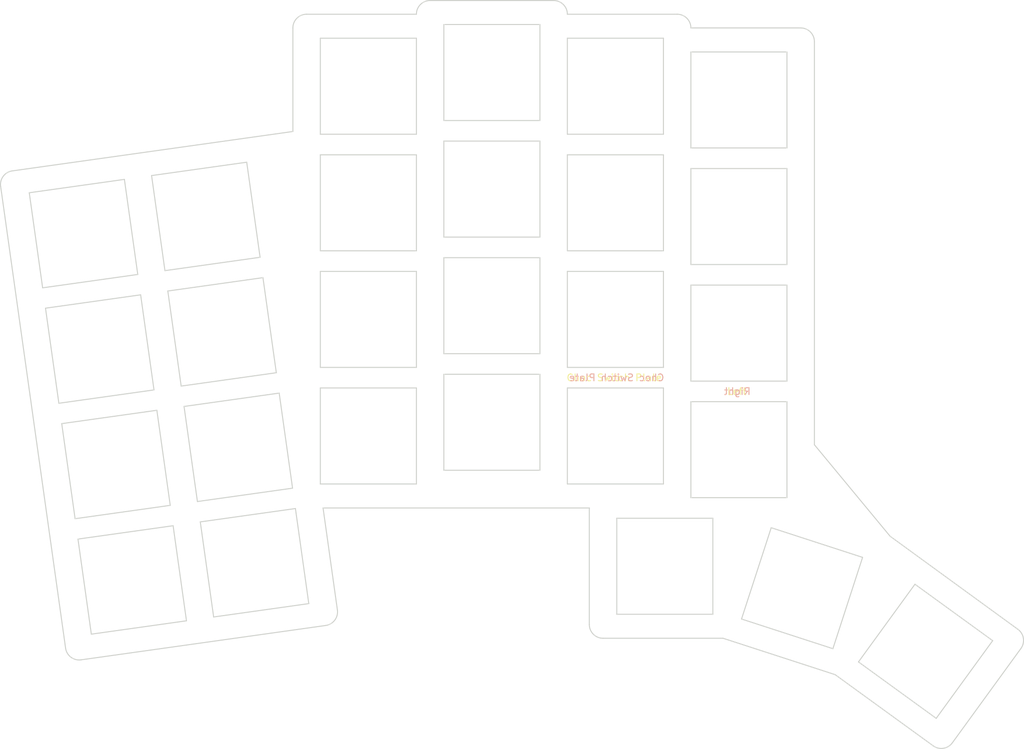
<source format=kicad_pcb>


(kicad_pcb
  (version 20240108)
  (generator "ergogen")
  (generator_version "4.1.0")
  (general
    (thickness 1.6)
    (legacy_teardrops no)
  )
  (paper "A3")
  (title_block
    (title "plate")
    (date "2025-01-18")
    (rev "0.0.2")
    (company "danikong")
  )

  (layers
    (0 "F.Cu" signal)
    (31 "B.Cu" signal)
    (32 "B.Adhes" user "B.Adhesive")
    (33 "F.Adhes" user "F.Adhesive")
    (34 "B.Paste" user)
    (35 "F.Paste" user)
    (36 "B.SilkS" user "B.Silkscreen")
    (37 "F.SilkS" user "F.Silkscreen")
    (38 "B.Mask" user)
    (39 "F.Mask" user)
    (40 "Dwgs.User" user "User.Drawings")
    (41 "Cmts.User" user "User.Comments")
    (42 "Eco1.User" user "User.Eco1")
    (43 "Eco2.User" user "User.Eco2")
    (44 "Edge.Cuts" user)
    (45 "Margin" user)
    (46 "B.CrtYd" user "B.Courtyard")
    (47 "F.CrtYd" user "F.Courtyard")
    (48 "B.Fab" user)
    (49 "F.Fab" user)
  )

  (setup
    (pad_to_mask_clearance 0.05)
    (allow_soldermask_bridges_in_footprints no)
    (pcbplotparams
      (layerselection 0x00010fc_ffffffff)
      (plot_on_all_layers_selection 0x0000000_00000000)
      (disableapertmacros no)
      (usegerberextensions no)
      (usegerberattributes yes)
      (usegerberadvancedattributes yes)
      (creategerberjobfile yes)
      (dashed_line_dash_ratio 12.000000)
      (dashed_line_gap_ratio 3.000000)
      (svgprecision 4)
      (plotframeref no)
      (viasonmask no)
      (mode 1)
      (useauxorigin no)
      (hpglpennumber 1)
      (hpglpenspeed 20)
      (hpglpendiameter 15.000000)
      (pdf_front_fp_property_popups yes)
      (pdf_back_fp_property_popups yes)
      (dxfpolygonmode yes)
      (dxfimperialunits yes)
      (dxfusepcbnewfont yes)
      (psnegative no)
      (psa4output no)
      (plotreference yes)
      (plotvalue yes)
      (plotfptext yes)
      (plotinvisibletext no)
      (sketchpadsonfab no)
      (subtractmaskfromsilk no)
      (outputformat 1)
      (mirror no)
      (drillshape 1)
      (scaleselection 1)
      (outputdirectory "")
    )
  )

  (net 0 "")

  
            (gr_text "Choc Switch Plate" (at 163.21314890000002 120.50630610000002 0) (layer F.SilkS)
                (effects (font (size 1 1) (thickness 0.15) ) (justify left))
            )
        

            (gr_text "Choc Switch Plate" (at 177.6131489 120.50630610000002 0) (layer B.SilkS)
                (effects (font (size 1 1) (thickness 0.15) ) (justify left mirror))
            )
        

            (gr_text "Left" (at 186.6131489 122.50630620000001 0) (layer F.SilkS)
                (effects (font (size 1 1) (thickness 0.15) ) (justify left))
            )
        

            (gr_text "Right" (at 190.21314890000002 122.50630620000001 0) (layer B.SilkS)
                (effects (font (size 1 1) (thickness 0.15) ) (justify left mirror))
            )
        
  (gr_line (start 92.5489049 161.6503726) (end 128.1985554 156.640141) (layer Edge.Cuts) (stroke (width 0.15) (type default)))
(gr_arc (start 128.19855539999998 156.640141) (mid 129.5174802 155.8632349) (end 129.90074529999998 154.38125870000002) (layer Edge.Cuts) (stroke (width 0.15) (type default)))
(gr_line (start 127.81020707643968 139.50630620000004) (end 129.9007453020349 154.38125870000005) (layer Edge.Cuts) (stroke (width 0.15) (type default)))
(gr_line (start 127.81020707643968 139.5063062) (end 166.61314889323518 139.5063062) (layer Edge.Cuts) (stroke (width 0.15) (type default)))
(gr_line (start 166.6131489 139.5063062) (end 166.6131489 156.5063062) (layer Edge.Cuts) (stroke (width 0.15) (type default)))
(gr_arc (start 166.6131489 156.5063062) (mid 167.1989353 157.92051980000002) (end 168.6131489 158.5063062) (layer Edge.Cuts) (stroke (width 0.15) (type default)))
(gr_line (start 168.6131489 158.5063062) (end 186.10152516562556 158.5063062) (layer Edge.Cuts) (stroke (width 0.15) (type default)))
(gr_line (start 186.10152516562556 158.5063062) (end 202.442070091584 163.81567109988057) (layer Edge.Cuts) (stroke (width 0.15) (type default)))
(gr_line (start 202.442070091584 163.81567109988057) (end 216.7225566605877 174.1910518797968) (layer Edge.Cuts) (stroke (width 0.15) (type default)))
(gr_arc (start 216.7225566605877 174.1910518797968) (mid 218.21099606058772 174.5483945797968) (end 219.5161611605877 173.7485883797968) (layer Edge.Cuts) (stroke (width 0.15) (type default)))
(gr_line (start 219.5161612 173.74858840000002) (end 229.5085105 159.99529950000002) (layer Edge.Cuts) (stroke (width 0.15) (type default)))
(gr_arc (start 229.5085105 159.99529950000002) (mid 229.8660967 158.50840120000004) (end 229.06857010000002 157.20353110000002) (layer Edge.Cuts) (stroke (width 0.15) (type default)))
(gr_line (start 229.06857010000002 157.20353110000002) (end 210.44317498729995 143.62693921818422) (layer Edge.Cuts) (stroke (width 0.15) (type default)))
(gr_line (start 210.44317498729995 143.62693921818422) (end 199.4131489 130.28656795105036) (layer Edge.Cuts) (stroke (width 0.15) (type default)))
(gr_line (start 199.4131489 130.28656795105036) (end 199.4131489 71.50630620000001) (layer Edge.Cuts) (stroke (width 0.15) (type default)))
(gr_arc (start 199.4131489 71.50630620000001) (mid 198.82736250000002 70.09209260000002) (end 197.4131489 69.50630620000001) (layer Edge.Cuts) (stroke (width 0.15) (type default)))
(gr_line (start 181.4131489 69.50630610000002) (end 197.4131489 69.50630620000001) (layer Edge.Cuts) (stroke (width 0.15) (type default)))
(gr_arc (start 181.4131489 69.50630610000002) (mid 180.82736250000002 68.09209250000002) (end 179.4131489 67.50630610000002) (layer Edge.Cuts) (stroke (width 0.15) (type default)))
(gr_line (start 163.413149 67.5063063) (end 179.4131489 67.50630610000002) (layer Edge.Cuts) (stroke (width 0.15) (type default)))
(gr_arc (start 163.413149 67.5063063) (mid 162.82736260000001 66.09209270000001) (end 161.413149 65.50630620000001) (layer Edge.Cuts) (stroke (width 0.15) (type default)))
(gr_line (start 161.413149 65.50630620000001) (end 143.413149 65.50630620000001) (layer Edge.Cuts) (stroke (width 0.15) (type default)))
(gr_arc (start 143.413149 65.50630620000001) (mid 141.9989354 66.09209260000002) (end 141.413149 67.50630620000001) (layer Edge.Cuts) (stroke (width 0.15) (type default)))
(gr_line (start 125.41314890000001 67.50630620000001) (end 141.413149 67.50630620000001) (layer Edge.Cuts) (stroke (width 0.15) (type default)))
(gr_arc (start 125.41314890000001 67.50630619766098) (mid 123.99893530000001 68.09209259766098) (end 123.41314890000001 69.50630619766098) (layer Edge.Cuts) (stroke (width 0.15) (type default)))
(gr_line (start 123.41314890000001 84.60510076056191) (end 123.41314890000001 69.50630619766098) (layer Edge.Cuts) (stroke (width 0.15) (type default)))
(gr_line (start 82.52844169999999 90.35107159999998) (end 123.41314890000001 84.60510076056191) (layer Edge.Cuts) (stroke (width 0.15) (type default)))
(gr_arc (start 82.52844169999999 90.35107159999998) (mid 81.20951689999998 91.12797769999997) (end 80.8262518 92.60995389999998) (layer Edge.Cuts) (stroke (width 0.15) (type default)))
(gr_line (start 80.8262518 92.60995389999998) (end 90.29002259999999 159.94818269999996) (layer Edge.Cuts) (stroke (width 0.15) (type default)))
(gr_arc (start 90.2900226 159.9481827) (mid 91.06692869999999 161.2671075) (end 92.5489049 161.6503726) (layer Edge.Cuts) (stroke (width 0.15) (type default)))
(gr_line (start 94.0423352 157.9060882) (end 107.9060882 155.9576648) (layer Edge.Cuts) (stroke (width 0.15) (type default)))
(gr_line (start 107.9060882 155.9576648) (end 105.9576648 142.0939118) (layer Edge.Cuts) (stroke (width 0.15) (type default)))
(gr_line (start 105.9576648 142.0939118) (end 92.0939118 144.0423352) (layer Edge.Cuts) (stroke (width 0.15) (type default)))
(gr_line (start 92.0939118 144.0423352) (end 94.0423352 157.9060882) (layer Edge.Cuts) (stroke (width 0.15) (type default)))
(gr_line (start 91.67639249999999 141.071531) (end 105.5401455 139.1231076) (layer Edge.Cuts) (stroke (width 0.15) (type default)))
(gr_line (start 105.5401455 139.1231076) (end 103.5917221 125.2593546) (layer Edge.Cuts) (stroke (width 0.15) (type default)))
(gr_line (start 103.5917221 125.2593546) (end 89.7279691 127.20777799999999) (layer Edge.Cuts) (stroke (width 0.15) (type default)))
(gr_line (start 89.7279691 127.20777799999999) (end 91.67639249999999 141.071531) (layer Edge.Cuts) (stroke (width 0.15) (type default)))
(gr_line (start 89.31044979999999 124.23697379999999) (end 103.17420279999999 122.28855039999999) (layer Edge.Cuts) (stroke (width 0.15) (type default)))
(gr_line (start 103.17420279999999 122.28855039999999) (end 101.2257794 108.42479739999999) (layer Edge.Cuts) (stroke (width 0.15) (type default)))
(gr_line (start 101.2257794 108.42479739999999) (end 87.36202639999999 110.37322079999998) (layer Edge.Cuts) (stroke (width 0.15) (type default)))
(gr_line (start 87.36202639999999 110.37322079999998) (end 89.31044979999999 124.23697379999999) (layer Edge.Cuts) (stroke (width 0.15) (type default)))
(gr_line (start 86.94450709999998 107.40241659999998) (end 100.80826009999998 105.45399319999999) (layer Edge.Cuts) (stroke (width 0.15) (type default)))
(gr_line (start 100.80826009999998 105.45399319999999) (end 98.85983669999999 91.59024019999998) (layer Edge.Cuts) (stroke (width 0.15) (type default)))
(gr_line (start 98.85983669999999 91.59024019999998) (end 84.99608369999999 93.53866359999998) (layer Edge.Cuts) (stroke (width 0.15) (type default)))
(gr_line (start 84.99608369999999 93.53866359999998) (end 86.94450709999998 107.40241659999998) (layer Edge.Cuts) (stroke (width 0.15) (type default)))
(gr_line (start 111.86716039999999 155.4009724) (end 125.73091339999999 153.452549) (layer Edge.Cuts) (stroke (width 0.15) (type default)))
(gr_line (start 125.73091339999999 153.452549) (end 123.78249 139.588796) (layer Edge.Cuts) (stroke (width 0.15) (type default)))
(gr_line (start 123.78249 139.588796) (end 109.918737 141.5372194) (layer Edge.Cuts) (stroke (width 0.15) (type default)))
(gr_line (start 109.918737 141.5372194) (end 111.86716039999999 155.4009724) (layer Edge.Cuts) (stroke (width 0.15) (type default)))
(gr_line (start 109.50121769999998 138.5664152) (end 123.36497069999999 136.6179918) (layer Edge.Cuts) (stroke (width 0.15) (type default)))
(gr_line (start 123.36497069999999 136.6179918) (end 121.41654729999999 122.7542388) (layer Edge.Cuts) (stroke (width 0.15) (type default)))
(gr_line (start 121.41654729999999 122.7542388) (end 107.55279429999999 124.70266219999999) (layer Edge.Cuts) (stroke (width 0.15) (type default)))
(gr_line (start 107.55279429999999 124.70266219999999) (end 109.50121769999998 138.5664152) (layer Edge.Cuts) (stroke (width 0.15) (type default)))
(gr_line (start 107.13527499999998 121.73185799999999) (end 120.99902799999998 119.78343459999999) (layer Edge.Cuts) (stroke (width 0.15) (type default)))
(gr_line (start 120.99902799999998 119.78343459999999) (end 119.05060459999999 105.91968159999999) (layer Edge.Cuts) (stroke (width 0.15) (type default)))
(gr_line (start 119.05060459999999 105.91968159999999) (end 105.18685159999998 107.86810499999999) (layer Edge.Cuts) (stroke (width 0.15) (type default)))
(gr_line (start 105.18685159999998 107.86810499999999) (end 107.13527499999998 121.73185799999999) (layer Edge.Cuts) (stroke (width 0.15) (type default)))
(gr_line (start 104.76933229999997 104.89730079999998) (end 118.63308529999998 102.94887739999999) (layer Edge.Cuts) (stroke (width 0.15) (type default)))
(gr_line (start 118.63308529999998 102.94887739999999) (end 116.68466189999998 89.08512439999998) (layer Edge.Cuts) (stroke (width 0.15) (type default)))
(gr_line (start 116.68466189999998 89.08512439999998) (end 102.82090889999998 91.03354779999998) (layer Edge.Cuts) (stroke (width 0.15) (type default)))
(gr_line (start 102.82090889999998 91.03354779999998) (end 104.76933229999997 104.89730079999998) (layer Edge.Cuts) (stroke (width 0.15) (type default)))
(gr_line (start 127.41314890000001 136.0063062) (end 141.4131489 136.0063062) (layer Edge.Cuts) (stroke (width 0.15) (type default)))
(gr_line (start 141.4131489 136.0063062) (end 141.4131489 122.00630620000001) (layer Edge.Cuts) (stroke (width 0.15) (type default)))
(gr_line (start 141.4131489 122.00630620000001) (end 127.41314890000001 122.00630620000001) (layer Edge.Cuts) (stroke (width 0.15) (type default)))
(gr_line (start 127.41314890000001 122.00630620000001) (end 127.41314890000001 136.0063062) (layer Edge.Cuts) (stroke (width 0.15) (type default)))
(gr_line (start 127.41314890000001 119.00630620000001) (end 141.4131489 119.00630620000001) (layer Edge.Cuts) (stroke (width 0.15) (type default)))
(gr_line (start 141.4131489 119.00630620000001) (end 141.4131489 105.00630620000001) (layer Edge.Cuts) (stroke (width 0.15) (type default)))
(gr_line (start 141.4131489 105.00630620000001) (end 127.41314890000001 105.00630620000001) (layer Edge.Cuts) (stroke (width 0.15) (type default)))
(gr_line (start 127.41314890000001 105.00630620000001) (end 127.41314890000001 119.00630620000001) (layer Edge.Cuts) (stroke (width 0.15) (type default)))
(gr_line (start 127.41314890000001 102.00630620000001) (end 141.4131489 102.00630620000001) (layer Edge.Cuts) (stroke (width 0.15) (type default)))
(gr_line (start 141.4131489 102.00630620000001) (end 141.4131489 88.00630620000001) (layer Edge.Cuts) (stroke (width 0.15) (type default)))
(gr_line (start 141.4131489 88.00630620000001) (end 127.41314890000001 88.00630620000001) (layer Edge.Cuts) (stroke (width 0.15) (type default)))
(gr_line (start 127.41314890000001 88.00630620000001) (end 127.41314890000001 102.00630620000001) (layer Edge.Cuts) (stroke (width 0.15) (type default)))
(gr_line (start 127.41314890000001 85.00630620000001) (end 141.4131489 85.00630620000001) (layer Edge.Cuts) (stroke (width 0.15) (type default)))
(gr_line (start 141.4131489 85.00630620000001) (end 141.4131489 71.00630620000001) (layer Edge.Cuts) (stroke (width 0.15) (type default)))
(gr_line (start 141.4131489 71.00630620000001) (end 127.41314890000001 71.00630620000001) (layer Edge.Cuts) (stroke (width 0.15) (type default)))
(gr_line (start 127.41314890000001 71.00630620000001) (end 127.41314890000001 85.00630620000001) (layer Edge.Cuts) (stroke (width 0.15) (type default)))
(gr_line (start 145.413149 134.0063062) (end 159.413149 134.0063062) (layer Edge.Cuts) (stroke (width 0.15) (type default)))
(gr_line (start 159.413149 134.0063062) (end 159.413149 120.00630620000001) (layer Edge.Cuts) (stroke (width 0.15) (type default)))
(gr_line (start 159.413149 120.00630620000001) (end 145.413149 120.00630620000001) (layer Edge.Cuts) (stroke (width 0.15) (type default)))
(gr_line (start 145.413149 120.00630620000001) (end 145.413149 134.0063062) (layer Edge.Cuts) (stroke (width 0.15) (type default)))
(gr_line (start 145.413149 117.00630620000001) (end 159.413149 117.00630620000001) (layer Edge.Cuts) (stroke (width 0.15) (type default)))
(gr_line (start 159.413149 117.00630620000001) (end 159.413149 103.00630620000001) (layer Edge.Cuts) (stroke (width 0.15) (type default)))
(gr_line (start 159.413149 103.00630620000001) (end 145.413149 103.00630620000001) (layer Edge.Cuts) (stroke (width 0.15) (type default)))
(gr_line (start 145.413149 103.00630620000001) (end 145.413149 117.00630620000001) (layer Edge.Cuts) (stroke (width 0.15) (type default)))
(gr_line (start 145.413149 100.00630620000001) (end 159.413149 100.00630620000001) (layer Edge.Cuts) (stroke (width 0.15) (type default)))
(gr_line (start 159.413149 100.00630620000001) (end 159.413149 86.00630620000001) (layer Edge.Cuts) (stroke (width 0.15) (type default)))
(gr_line (start 159.413149 86.00630620000001) (end 145.413149 86.00630620000001) (layer Edge.Cuts) (stroke (width 0.15) (type default)))
(gr_line (start 145.413149 86.00630620000001) (end 145.413149 100.00630620000001) (layer Edge.Cuts) (stroke (width 0.15) (type default)))
(gr_line (start 145.413149 83.00630620000001) (end 159.413149 83.00630620000001) (layer Edge.Cuts) (stroke (width 0.15) (type default)))
(gr_line (start 159.413149 83.00630620000001) (end 159.413149 69.00630620000001) (layer Edge.Cuts) (stroke (width 0.15) (type default)))
(gr_line (start 159.413149 69.00630620000001) (end 145.413149 69.00630620000001) (layer Edge.Cuts) (stroke (width 0.15) (type default)))
(gr_line (start 145.413149 69.00630620000001) (end 145.413149 83.00630620000001) (layer Edge.Cuts) (stroke (width 0.15) (type default)))
(gr_line (start 163.4131489 136.00630610000002) (end 177.4131489 136.00630610000002) (layer Edge.Cuts) (stroke (width 0.15) (type default)))
(gr_line (start 177.4131489 136.00630610000002) (end 177.4131489 122.00630610000002) (layer Edge.Cuts) (stroke (width 0.15) (type default)))
(gr_line (start 177.4131489 122.00630610000002) (end 163.4131489 122.00630610000002) (layer Edge.Cuts) (stroke (width 0.15) (type default)))
(gr_line (start 163.4131489 122.00630610000002) (end 163.4131489 136.00630610000002) (layer Edge.Cuts) (stroke (width 0.15) (type default)))
(gr_line (start 163.4131489 119.00630610000002) (end 177.4131489 119.00630610000002) (layer Edge.Cuts) (stroke (width 0.15) (type default)))
(gr_line (start 177.4131489 119.00630610000002) (end 177.4131489 105.00630610000002) (layer Edge.Cuts) (stroke (width 0.15) (type default)))
(gr_line (start 177.4131489 105.00630610000002) (end 163.4131489 105.00630610000002) (layer Edge.Cuts) (stroke (width 0.15) (type default)))
(gr_line (start 163.4131489 105.00630610000002) (end 163.4131489 119.00630610000002) (layer Edge.Cuts) (stroke (width 0.15) (type default)))
(gr_line (start 163.4131489 102.00630610000002) (end 177.4131489 102.00630610000002) (layer Edge.Cuts) (stroke (width 0.15) (type default)))
(gr_line (start 177.4131489 102.00630610000002) (end 177.4131489 88.00630610000002) (layer Edge.Cuts) (stroke (width 0.15) (type default)))
(gr_line (start 177.4131489 88.00630610000002) (end 163.4131489 88.00630610000002) (layer Edge.Cuts) (stroke (width 0.15) (type default)))
(gr_line (start 163.4131489 88.00630610000002) (end 163.4131489 102.00630610000002) (layer Edge.Cuts) (stroke (width 0.15) (type default)))
(gr_line (start 163.4131489 85.00630610000002) (end 177.4131489 85.00630610000002) (layer Edge.Cuts) (stroke (width 0.15) (type default)))
(gr_line (start 177.4131489 85.00630610000002) (end 177.4131489 71.00630610000002) (layer Edge.Cuts) (stroke (width 0.15) (type default)))
(gr_line (start 177.4131489 71.00630610000002) (end 163.4131489 71.00630610000002) (layer Edge.Cuts) (stroke (width 0.15) (type default)))
(gr_line (start 163.4131489 71.00630610000002) (end 163.4131489 85.00630610000002) (layer Edge.Cuts) (stroke (width 0.15) (type default)))
(gr_line (start 181.4131489 138.0063062) (end 195.4131489 138.0063062) (layer Edge.Cuts) (stroke (width 0.15) (type default)))
(gr_line (start 195.4131489 138.0063062) (end 195.4131489 124.00630620000001) (layer Edge.Cuts) (stroke (width 0.15) (type default)))
(gr_line (start 195.4131489 124.00630620000001) (end 181.4131489 124.00630620000001) (layer Edge.Cuts) (stroke (width 0.15) (type default)))
(gr_line (start 181.4131489 124.00630620000001) (end 181.4131489 138.0063062) (layer Edge.Cuts) (stroke (width 0.15) (type default)))
(gr_line (start 181.4131489 121.00630620000001) (end 195.4131489 121.00630620000001) (layer Edge.Cuts) (stroke (width 0.15) (type default)))
(gr_line (start 195.4131489 121.00630620000001) (end 195.4131489 107.00630620000001) (layer Edge.Cuts) (stroke (width 0.15) (type default)))
(gr_line (start 195.4131489 107.00630620000001) (end 181.4131489 107.00630620000001) (layer Edge.Cuts) (stroke (width 0.15) (type default)))
(gr_line (start 181.4131489 107.00630620000001) (end 181.4131489 121.00630620000001) (layer Edge.Cuts) (stroke (width 0.15) (type default)))
(gr_line (start 181.4131489 104.00630620000001) (end 195.4131489 104.00630620000001) (layer Edge.Cuts) (stroke (width 0.15) (type default)))
(gr_line (start 195.4131489 104.00630620000001) (end 195.4131489 90.00630620000001) (layer Edge.Cuts) (stroke (width 0.15) (type default)))
(gr_line (start 195.4131489 90.00630620000001) (end 181.4131489 90.00630620000001) (layer Edge.Cuts) (stroke (width 0.15) (type default)))
(gr_line (start 181.4131489 90.00630620000001) (end 181.4131489 104.00630620000001) (layer Edge.Cuts) (stroke (width 0.15) (type default)))
(gr_line (start 181.4131489 87.00630620000001) (end 195.4131489 87.00630620000001) (layer Edge.Cuts) (stroke (width 0.15) (type default)))
(gr_line (start 195.4131489 87.00630620000001) (end 195.4131489 73.00630620000001) (layer Edge.Cuts) (stroke (width 0.15) (type default)))
(gr_line (start 195.4131489 73.00630620000001) (end 181.4131489 73.00630620000001) (layer Edge.Cuts) (stroke (width 0.15) (type default)))
(gr_line (start 181.4131489 73.00630620000001) (end 181.4131489 87.00630620000001) (layer Edge.Cuts) (stroke (width 0.15) (type default)))
(gr_line (start 170.6131489 155.0063062) (end 184.6131489 155.0063062) (layer Edge.Cuts) (stroke (width 0.15) (type default)))
(gr_line (start 184.6131489 155.0063062) (end 184.6131489 141.0063062) (layer Edge.Cuts) (stroke (width 0.15) (type default)))
(gr_line (start 184.6131489 141.0063062) (end 170.6131489 141.0063062) (layer Edge.Cuts) (stroke (width 0.15) (type default)))
(gr_line (start 170.6131489 141.0063062) (end 170.6131489 155.0063062) (layer Edge.Cuts) (stroke (width 0.15) (type default)))
(gr_line (start 188.7926343 155.7005829) (end 202.1074256 160.0268208) (layer Edge.Cuts) (stroke (width 0.15) (type default)))
(gr_line (start 202.1074256 160.0268208) (end 206.4336635 146.7120295) (layer Edge.Cuts) (stroke (width 0.15) (type default)))
(gr_line (start 206.4336635 146.7120295) (end 193.1188722 142.3857916) (layer Edge.Cuts) (stroke (width 0.15) (type default)))
(gr_line (start 193.1188722 142.3857916) (end 188.7926343 155.7005829) (layer Edge.Cuts) (stroke (width 0.15) (type default)))
(gr_line (start 205.8355332 161.95492840000003) (end 217.1617711 170.18392190000003) (layer Edge.Cuts) (stroke (width 0.15) (type default)))
(gr_line (start 217.1617711 170.18392190000003) (end 225.3907646 158.857684) (layer Edge.Cuts) (stroke (width 0.15) (type default)))
(gr_line (start 225.3907646 158.857684) (end 214.0645267 150.6286905) (layer Edge.Cuts) (stroke (width 0.15) (type default)))
(gr_line (start 214.0645267 150.6286905) (end 205.8355332 161.95492840000003) (layer Edge.Cuts) (stroke (width 0.15) (type default)))

)


</source>
